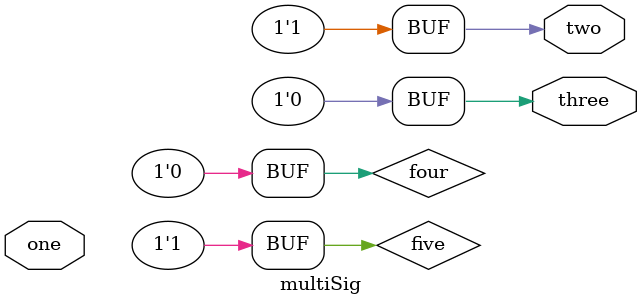
<source format=v>
module multiSig(
  input wire one,
  output reg two,
  output wire three
  );
  wire four;
  reg five;
  
  always@(one)begin
    two = 0;
  end
  
  always@(two)begin
    five = 0;
    two = 1;
  end
  
  always@(three)begin
    five = 1;
  end
  
  assign three = 0;
//  assign three = 1;
  assign four = 0;
  
endmodule



</source>
